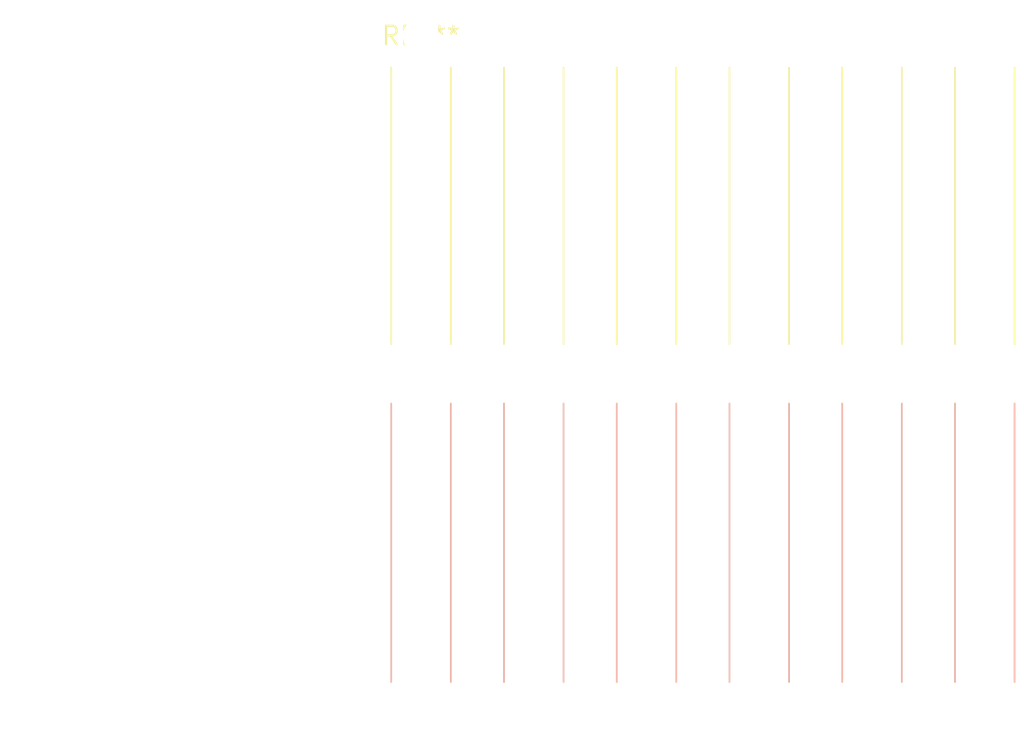
<source format=kicad_pcb>
(kicad_pcb (version 20240108) (generator pcbnew)
  (layers (0 "F.Cu" signal) (31 "B.Cu" signal) (34 "B.Paste" user) (35 "F.Paste" user) (36 "B.SilkS" user "B.Silkscreen") (37 "F.SilkS" user "F.Silkscreen") (38 "B.Mask" user) (39 "F.Mask" user) (44 "Edge.Cuts" user))
  (net 0 "")
  (footprint "SolderWire-2sqmm_1x06_P7.8mm_D2mm_OD3.9mm_Relief2x" (layer "F.Cu") (at 0 0)
    (property "Reference" "REF**")
    (property "Value" "SolderWire-2sqmm_1x06_P7.8mm_D2mm_OD3.9mm_Relief2x")
    (fp_line (start -2.06 25.46) (end -2.06 44.74) (layer "B.SilkS") (stroke (width 0.12)))
    (fp_line (start 2.06 25.46) (end 2.06 44.74) (layer "B.SilkS") (stroke (width 0.12)))
    (fp_line (start 5.74 25.46) (end 5.74 44.74) (layer "B.SilkS") (stroke (width 0.12)))
    (fp_line (start 9.86 25.46) (end 9.86 44.74) (layer "B.SilkS") (stroke (width 0.12)))
    (fp_line (start 13.54 25.46) (end 13.54 44.74) (layer "B.SilkS") (stroke (width 0.12)))
    (fp_line (start 17.66 25.46) (end 17.66 44.74) (layer "B.SilkS") (stroke (width 0.12)))
    (fp_line (start 21.34 25.46) (end 21.34 44.74) (layer "B.SilkS") (stroke (width 0.12)))
    (fp_line (start 25.46 25.46) (end 25.46 44.74) (layer "B.SilkS") (stroke (width 0.12)))
    (fp_line (start 29.14 25.46) (end 29.14 44.74) (layer "B.SilkS") (stroke (width 0.12)))
    (fp_line (start 33.26 25.46) (end 33.26 44.74) (layer "B.SilkS") (stroke (width 0.12)))
    (fp_line (start 36.94 25.46) (end 36.94 44.74) (layer "B.SilkS") (stroke (width 0.12)))
    (fp_line (start 41.06 25.46) (end 41.06 44.74) (layer "B.SilkS") (stroke (width 0.12)))
    (fp_line (start -2.06 2.21) (end -2.06 21.34) (layer "F.SilkS") (stroke (width 0.12)))
    (fp_line (start 2.06 2.21) (end 2.06 21.34) (layer "F.SilkS") (stroke (width 0.12)))
    (fp_line (start 5.74 2.21) (end 5.74 21.34) (layer "F.SilkS") (stroke (width 0.12)))
    (fp_line (start 9.86 2.21) (end 9.86 21.34) (layer "F.SilkS") (stroke (width 0.12)))
    (fp_line (start 13.54 2.21) (end 13.54 21.34) (layer "F.SilkS") (stroke (width 0.12)))
    (fp_line (start 17.66 2.21) (end 17.66 21.34) (layer "F.SilkS") (stroke (width 0.12)))
    (fp_line (start 21.34 2.21) (end 21.34 21.34) (layer "F.SilkS") (stroke (width 0.12)))
    (fp_line (start 25.46 2.21) (end 25.46 21.34) (layer "F.SilkS") (stroke (width 0.12)))
    (fp_line (start 29.14 2.21) (end 29.14 21.34) (layer "F.SilkS") (stroke (width 0.12)))
    (fp_line (start 33.26 2.21) (end 33.26 21.34) (layer "F.SilkS") (stroke (width 0.12)))
    (fp_line (start 36.94 2.21) (end 36.94 21.34) (layer "F.SilkS") (stroke (width 0.12)))
    (fp_line (start 41.06 2.21) (end 41.06 21.34) (layer "F.SilkS") (stroke (width 0.12)))
    (pad "" np_thru_hole circle (at 0 23.4) (size 4.4 4.4) (drill 4.4) (layers *.Cu *.Mask))
    (pad "" np_thru_hole circle (at 0 46.8) (size 4.4 4.4) (drill 4.4) (layers *.Cu *.Mask))
    (pad "" np_thru_hole circle (at 7.8 23.4) (size 4.4 4.4) (drill 4.4) (layers *.Cu *.Mask))
    (pad "" np_thru_hole circle (at 7.8 46.8) (size 4.4 4.4) (drill 4.4) (layers *.Cu *.Mask))
    (pad "" np_thru_hole circle (at 15.6 23.4) (size 4.4 4.4) (drill 4.4) (layers *.Cu *.Mask))
    (pad "" np_thru_hole circle (at 15.6 46.8) (size 4.4 4.4) (drill 4.4) (layers *.Cu *.Mask))
    (pad "" np_thru_hole circle (at 23.4 23.4) (size 4.4 4.4) (drill 4.4) (layers *.Cu *.Mask))
    (pad "" np_thru_hole circle (at 23.4 46.8) (size 4.4 4.4) (drill 4.4) (layers *.Cu *.Mask))
    (pad "" np_thru_hole circle (at 31.2 23.4) (size 4.4 4.4) (drill 4.4) (layers *.Cu *.Mask))
    (pad "" np_thru_hole circle (at 31.2 46.8) (size 4.4 4.4) (drill 4.4) (layers *.Cu *.Mask))
    (pad "" np_thru_hole circle (at 39 23.4) (size 4.4 4.4) (drill 4.4) (layers *.Cu *.Mask))
    (pad "" np_thru_hole circle (at 39 46.8) (size 4.4 4.4) (drill 4.4) (layers *.Cu *.Mask))
    (pad "1" thru_hole roundrect (at 0 0) (size 3.9 3.9) (drill 2.5) (layers *.Cu *.Mask) (remove_unused_layers) (roundrect_rratio 0.064103))
    (pad "2" thru_hole circle (at 7.8 0) (size 3.9 3.9) (drill 2.5) (layers *.Cu *.Mask) (remove_unused_layers))
    (pad "3" thru_hole circle (at 15.6 0) (size 3.9 3.9) (drill 2.5) (layers *.Cu *.Mask) (remove_unused_layers))
    (pad "4" thru_hole circle (at 23.4 0) (size 3.9 3.9) (drill 2.5) (layers *.Cu *.Mask) (remove_unused_layers))
    (pad "5" thru_hole circle (at 31.2 0) (size 3.9 3.9) (drill 2.5) (layers *.Cu *.Mask) (remove_unused_layers))
    (pad "6" thru_hole circle (at 39 0) (size 3.9 3.9) (drill 2.5) (layers *.Cu *.Mask) (remove_unused_layers))
  )
)
</source>
